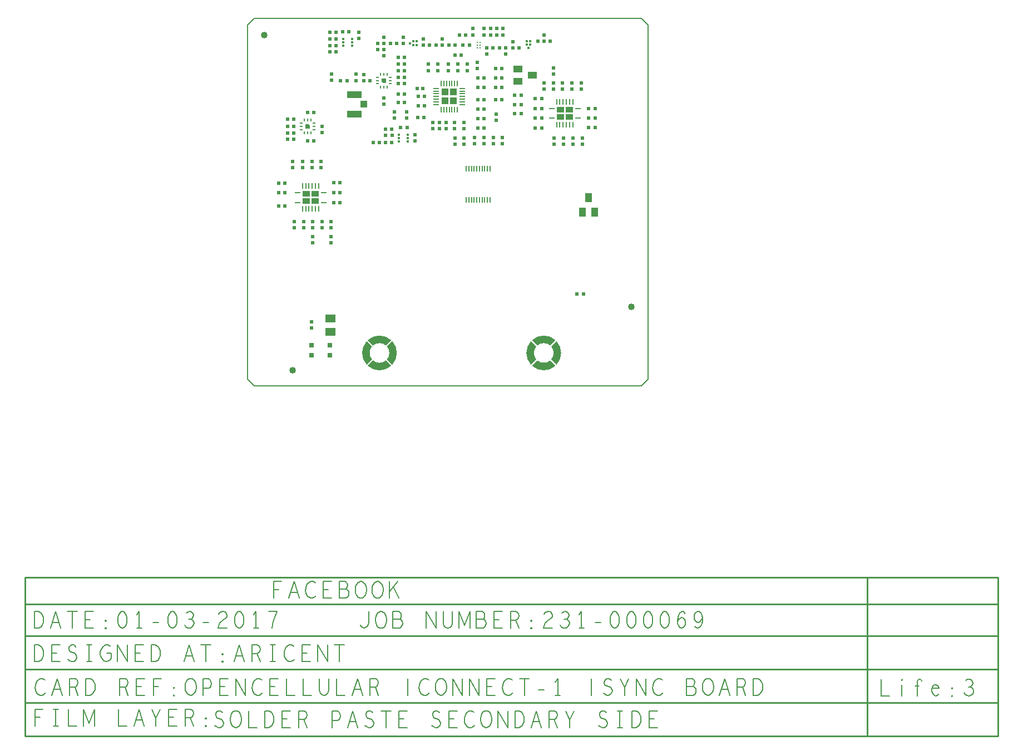
<source format=gbr>
G04 ================== begin FILE IDENTIFICATION RECORD ==================*
G04 Layout Name:  Fb_Connect1_SYNC_Life-3.brd*
G04 Film Name:    PASTEBOT.gbr*
G04 File Format:  Gerber RS274X*
G04 File Origin:  Cadence Allegro 16.6-2015-S065*
G04 Origin Date:  Tue Jan 03 17:02:02 2017*
G04 *
G04 Layer:  PACKAGE GEOMETRY/PASTEMASK_BOTTOM*
G04 Layer:  PIN/PASTEMASK_BOTTOM*
G04 Layer:  DRAWING FORMAT/SPSE*
G04 Layer:  DRAWING FORMAT/FILM_LABEL_OUTLINE*
G04 Layer:  BOARD GEOMETRY/OUTLINE*
G04 *
G04 Offset:    (0.000 0.000)*
G04 Mirror:    No*
G04 Mode:      Positive*
G04 Rotation:  0*
G04 FullContactRelief:  No*
G04 UndefLineWidth:     6.000*
G04 ================== end FILE IDENTIFICATION RECORD ====================*
%FSLAX25Y25*MOIN*%
%IR0*IPPOS*OFA0.00000B0.00000*MIA0B0*SFA1.00000B1.00000*%
%AMMACRO15*
4,1,22,-.004528,.015748,
.004528,.015748,
.004528,-.01122,
.004459,-.012006,
.004255,-.012769,
.003922,-.013484,
.003469,-.014131,
.002911,-.014689,
.002264,-.015142,
.001549,-.015475,
.000787,-.01568,
0.0,-.015748,
-.000786,-.01568,
-.001548,-.015476,
-.002264,-.015142,
-.00291,-.014689,
-.003468,-.014131,
-.003921,-.013485,
-.004255,-.01277,
-.004459,-.012007,
-.004528,-.011221,
-.004528,-.01122,
-.004528,.015748,
0.0*
%
%ADD15MACRO15*%
%AMMACRO14*
4,1,22,-.015748,-.004528,
-.015748,.004528,
.01122,.004528,
.012006,.004459,
.012769,.004255,
.013484,.003922,
.014131,.003469,
.014689,.002911,
.015142,.002264,
.015475,.001549,
.01568,.000787,
.015748,0.0,
.01568,-.000786,
.015476,-.001548,
.015142,-.002264,
.014689,-.00291,
.014131,-.003468,
.013485,-.003921,
.01277,-.004255,
.012007,-.004459,
.011221,-.004528,
.01122,-.004528,
-.015748,-.004528,
0.0*
%
%ADD14MACRO14*%
%ADD30R,.033X.008*%
%ADD29R,.008X.033*%
%AMMACRO27*
4,1,44,-.014961,-.007087,
-.014961,.012992,
-.014931,.013334,
-.014842,.013665,
-.014697,.013976,
-.0145,.014258,
-.014258,.0145,
-.013977,.014697,
-.013666,.014842,
-.013334,.014931,
-.012992,.014961,
-.012992,.014961,
.012992,.014961,
.013334,.014931,
.013665,.014842,
.013976,.014697,
.014258,.0145,
.0145,.014258,
.014697,.013977,
.014842,.013666,
.014931,.013334,
.014961,.012992,
.014961,.012992,
.014961,-.012992,
.014931,-.013334,
.014842,-.013665,
.014697,-.013976,
.0145,-.014258,
.014258,-.0145,
.013977,-.014697,
.013666,-.014842,
.013334,-.014931,
.012992,-.014961,
.012992,-.014961,
-.007087,-.014961,
-.007207,-.013594,
-.007562,-.012268,
-.008142,-.011024,
-.008929,-.0099,
-.009899,-.008929,
-.011023,-.008142,
-.012267,-.007562,
-.013593,-.007207,
-.01496,-.007087,
-.014961,-.007087,
0.0*
%
%ADD27MACRO27*%
%ADD32C,.008143*%
%AMMACRO16*
4,1,21,0.0,-.008661,
-.000684,-.008601,
-.001347,-.008424,
-.001968,-.008134,
-.002531,-.00774,
-.003016,-.007255,
-.00341,-.006693,
-.0037,-.006071,
-.003877,-.005408,
-.003937,-.004724,
-.003937,.008662,
.003937,.008662,
.003937,-.004724,
.003877,-.005408,
.0037,-.006071,
.00341,-.006692,
.003016,-.007255,
.002531,-.00774,
.001969,-.008134,
.001347,-.008424,
.000684,-.008601,
0.0,-.008661,
0.0*
%
%ADD16MACRO16*%
%AMMACRO17*
4,1,21,-.008661,0.0,
-.008601,.000684,
-.008424,.001347,
-.008134,.001968,
-.00774,.002531,
-.007255,.003016,
-.006693,.00341,
-.006071,.0037,
-.005408,.003877,
-.004724,.003937,
.008662,.003937,
.008662,-.003937,
-.004724,-.003937,
-.005408,-.003877,
-.006071,-.0037,
-.006692,-.00341,
-.007255,-.003016,
-.00774,-.002531,
-.008134,-.001969,
-.008424,-.001347,
-.008601,-.000684,
-.008661,0.0,
0.0*
%
%ADD17MACRO17*%
%ADD31R,.007874X.035039*%
%AMMACRO22*
4,1,22,.015748,.004528,
.015748,-.004528,
-.01122,-.004528,
-.012006,-.004459,
-.012769,-.004255,
-.013484,-.003922,
-.014131,-.003469,
-.014689,-.002911,
-.015142,-.002264,
-.015475,-.001549,
-.01568,-.000787,
-.015748,0.0,
-.01568,.000786,
-.015476,.001548,
-.015142,.002264,
-.014689,.00291,
-.014131,.003468,
-.013485,.003921,
-.01277,.004255,
-.012007,.004459,
-.011221,.004528,
-.01122,.004528,
.015748,.004528,
0.0*
%
%ADD22MACRO22*%
%AMMACRO13*
4,1,22,.004528,-.015748,
-.004528,-.015748,
-.004528,.01122,
-.004459,.012006,
-.004255,.012769,
-.003922,.013484,
-.003469,.014131,
-.002911,.014689,
-.002264,.015142,
-.001549,.015475,
-.000787,.01568,
0.0,.015748,
.000786,.01568,
.001548,.015476,
.002264,.015142,
.00291,.014689,
.003468,.014131,
.003921,.013485,
.004255,.01277,
.004459,.012007,
.004528,.011221,
.004528,.01122,
.004528,-.015748,
0.0*
%
%ADD13MACRO13*%
%ADD10C,.04*%
%ADD21R,.059X.051*%
%ADD33R,.055X.039*%
%ADD35R,.039X.055*%
%ADD26R,.02X.02*%
%ADD23R,.01811X.011811*%
%ADD11R,.021X.021*%
%ADD12R,.031X.031*%
%AMMACRO20*
4,1,44,.014961,.007087,
.014961,-.012992,
.014931,-.013334,
.014842,-.013665,
.014697,-.013976,
.0145,-.014258,
.014258,-.0145,
.013977,-.014697,
.013666,-.014842,
.013334,-.014931,
.012992,-.014961,
.012992,-.014961,
-.012992,-.014961,
-.013334,-.014931,
-.013665,-.014842,
-.013976,-.014697,
-.014258,-.0145,
-.0145,-.014258,
-.014697,-.013977,
-.014842,-.013666,
-.014931,-.013334,
-.014961,-.012992,
-.014961,-.012992,
-.014961,.012992,
-.014931,.013334,
-.014842,.013665,
-.014697,.013976,
-.0145,.014258,
-.014258,.0145,
-.013977,.014697,
-.013666,.014842,
-.013334,.014931,
-.012992,.014961,
-.012992,.014961,
.007087,.014961,
.007207,.013594,
.007562,.012268,
.008142,.011024,
.008929,.0099,
.009899,.008929,
.011023,.008142,
.012267,.007562,
.013593,.007207,
.01496,.007087,
.014961,.007087,
0.0*
%
%ADD20MACRO20*%
%ADD34R,.014732X.01178*%
%ADD28R,.01178X.014732*%
%AMMACRO19*
4,1,21,.008661,0.0,
.008601,-.000684,
.008424,-.001347,
.008134,-.001968,
.00774,-.002531,
.007255,-.003016,
.006693,-.00341,
.006071,-.0037,
.005408,-.003877,
.004724,-.003937,
-.008662,-.003937,
-.008662,.003937,
.004724,.003937,
.005408,.003877,
.006071,.0037,
.006693,.00341,
.007255,.003016,
.00774,.002531,
.008134,.001968,
.008424,.001347,
.008601,.000684,
.008661,0.0,
0.0*
%
%ADD19MACRO19*%
%AMMACRO18*
4,1,21,0.0,.008661,
.000684,.008601,
.001347,.008424,
.001969,.008134,
.002531,.00774,
.003016,.007255,
.00341,.006692,
.0037,.006071,
.003877,.005408,
.003937,.004724,
.003937,-.008662,
-.003937,-.008662,
-.003937,.004724,
-.003877,.005408,
-.0037,.006071,
-.00341,.006692,
-.003016,.007255,
-.002531,.00774,
-.001969,.008134,
-.001347,.008424,
-.000684,.008601,
0.0,.008661,
0.0*
%
%ADD18MACRO18*%
%ADD25R,.03937X.03937*%
%ADD24R,.086614X.041339*%
%ADD36C,.01*%
%ADD37C,.006*%
G75*
%LPD*%
G75*
G36*
G01X38559Y113391D02*
Y116619D01*
X42772D01*
Y113391D01*
X38559D01*
G37*
G36*
G01Y108981D02*
Y112209D01*
X42772D01*
Y108981D01*
X38559D01*
G37*
G36*
G01X33165D02*
Y112209D01*
X37378D01*
Y108981D01*
X33165D01*
G37*
G36*
G01Y113391D02*
Y116619D01*
X37378D01*
Y113391D01*
X33165D01*
G37*
G36*
G01X74773Y15840D02*
G02Y23616I4445J3888D01*
G01X71568Y26822D01*
G03Y12635I7650J-7094D01*
G01X74773Y15840D01*
G37*
G36*
G01X83106Y15283D02*
G02X75330I-3888J4445D01*
G01X72124Y12078D01*
G03X86312I7094J7650D01*
G01X83106Y15283D01*
G37*
G36*
G01X75330Y24173D02*
G02X83106I3888J-4445D01*
G01X86312Y27379D01*
G03X72124I-7094J-7650D01*
G01X75330Y24173D01*
G37*
G36*
G01X83663Y23616D02*
G02Y15840I-4445J-3888D01*
G01X86868Y12635D01*
G03Y26822I-7650J7094D01*
G01X83663Y23616D01*
G37*
G36*
G01X121600Y177900D02*
X125600D01*
Y173900D01*
X121600D01*
Y177900D01*
G37*
G36*
G01Y172700D02*
X125600D01*
Y168700D01*
X121600D01*
Y172700D01*
G37*
G36*
G01X116400Y177900D02*
X120400D01*
Y173900D01*
X116400D01*
Y177900D01*
G37*
G36*
G01Y172700D02*
X120400D01*
Y168700D01*
X116400D01*
Y172700D01*
G37*
G36*
G01X173198Y15840D02*
G02Y23616I4445J3888D01*
G01X169993Y26822D01*
G03Y12635I7650J-7094D01*
G01X173198Y15840D01*
G37*
G36*
G01X181532Y15283D02*
G02X173755I-3888J4445D01*
G01X170550Y12078D01*
G03X184737I7094J7650D01*
G01X181532Y15283D01*
G37*
G36*
G01X173755Y24173D02*
G02X181532I3888J-4445D01*
G01X184737Y27379D01*
G03X170550I-7094J-7650D01*
G01X173755Y24173D01*
G37*
G36*
G01X182088Y23616D02*
G02Y15840I-4445J-3888D01*
G01X185294Y12635D01*
G03Y26822I-7650J7094D01*
G01X182088Y23616D01*
G37*
G36*
G01X189678Y162609D02*
Y159381D01*
X185465D01*
Y162609D01*
X189678D01*
G37*
G36*
G01Y167019D02*
Y163791D01*
X185465D01*
Y167019D01*
X189678D01*
G37*
G36*
G01X195072D02*
Y163791D01*
X190859D01*
Y167019D01*
X195072D01*
G37*
G36*
G01Y162609D02*
Y159381D01*
X190859D01*
Y162609D01*
X195072D01*
G37*
G54D10*
X10000Y210000D03*
X27300Y9300D03*
X230000Y47400D03*
G54D20*
X36217Y155402D03*
G54D11*
X18898Y107847D03*
X22639D03*
Y115753D03*
X18898D03*
Y121300D03*
X22639D03*
X24054Y147552D03*
Y159622D03*
Y155402D03*
Y151402D03*
X38527Y34542D03*
Y38282D03*
X28047Y94630D03*
Y98370D03*
X39268Y89370D03*
Y85630D03*
X33768Y94630D03*
Y98370D03*
X39268Y94630D03*
Y98370D03*
X27268Y130630D03*
X33047D03*
X38768D03*
X27794Y147552D03*
X36147Y146717D03*
X39887D03*
X27268Y134370D03*
X33047D03*
X38768D03*
X27794Y159622D03*
Y155402D03*
Y151402D03*
X39887Y163783D03*
X36147D03*
X50269Y89370D03*
Y85630D03*
X44768Y94630D03*
Y98370D03*
X50269Y94630D03*
Y98370D03*
X51898Y109847D03*
X55639D03*
X51898Y115753D03*
X55639D03*
X44268Y130630D03*
X55639Y121753D03*
X51898D03*
X44268Y134370D03*
X44902Y155472D03*
Y151732D03*
X55926Y182858D03*
X50501Y182956D03*
X53094Y200150D03*
X49354D03*
X50501Y186696D03*
X57154Y212150D03*
X49354Y207800D03*
X53094D03*
X49354Y203850D03*
X53094D03*
Y211650D03*
X49354D03*
X75398Y145850D03*
X69896Y182787D03*
X73566Y182858D03*
X69826D03*
X59666D03*
X65038D03*
X69896Y186528D03*
X65038Y186598D03*
X60894Y212150D03*
X66850Y211794D03*
Y208054D03*
X82930Y150100D03*
X86670D03*
X79139Y145850D03*
X82898D03*
X86639D03*
X91938Y154850D03*
X86639Y153850D03*
X82898D03*
X88050Y164115D03*
Y160374D03*
X90434Y180889D03*
X81739Y168598D03*
Y172339D03*
X90337Y169550D03*
X90434Y192718D03*
Y184718D03*
Y188718D03*
Y196782D03*
X81739Y197598D03*
Y205098D03*
Y208839D03*
X81809Y201268D03*
X78069D03*
X89566Y205168D03*
X85826D03*
X81739Y201339D03*
X78069Y205009D03*
Y201268D03*
X100518Y146792D03*
X95678Y154850D03*
X100518Y150532D03*
X95450Y160374D03*
Y164115D03*
X102230Y160700D03*
X105970D03*
X94174Y180889D03*
X102341Y173350D03*
X106082D03*
X94078Y169550D03*
X106082Y167700D03*
X102341D03*
X94174Y192718D03*
Y184718D03*
Y188718D03*
Y196782D03*
X108550Y192560D03*
Y188819D03*
X93446Y205098D03*
Y208839D03*
X105446Y203933D03*
Y207673D03*
X109326Y204003D03*
X124431Y148470D03*
Y144730D03*
X124050Y153993D03*
Y157734D03*
X111250Y153993D03*
Y157734D03*
X115250Y153993D03*
Y157734D03*
X119250Y153993D03*
Y157734D03*
X114150Y192560D03*
Y188819D03*
X120550Y192560D03*
Y188819D03*
X126050Y192560D03*
Y188819D03*
X124363Y198050D03*
X124566Y204003D03*
X120826D03*
X116946D03*
Y207744D03*
X113066Y204003D03*
X129931Y148470D03*
Y144730D03*
X141831Y148670D03*
Y144930D03*
X136031D03*
Y148670D03*
X129950Y153993D03*
Y157734D03*
X141839Y154450D03*
X138099D03*
X141839Y159950D03*
X138099D03*
Y165600D03*
X141839D03*
X138099Y171300D03*
X141839D03*
X138099Y178600D03*
X141839D03*
X131950Y188819D03*
Y192560D03*
X137750Y190099D03*
Y193839D03*
X128104Y198050D03*
X138099Y184400D03*
X141839D03*
X127195Y210200D03*
X130935D03*
X133025Y204003D03*
X129285D03*
X135165Y213870D03*
Y210130D03*
X141746Y213870D03*
Y210130D03*
X152931Y148670D03*
Y144930D03*
X147631Y148670D03*
Y144930D03*
X149150Y158961D03*
Y162702D03*
X148899Y178600D03*
X152639D03*
X148899Y171300D03*
X152639D03*
X143452Y198758D03*
X154946D03*
X152600Y190050D03*
X148859D03*
X152601Y184400D03*
X148861D03*
X153305Y213870D03*
Y210130D03*
X145720Y213870D03*
Y210130D03*
X149505Y213870D03*
Y210130D03*
X159076Y202429D03*
Y206169D03*
X143452Y202499D03*
X159076Y202429D03*
X154946Y202499D03*
X151066Y202429D03*
X147326D03*
X160317Y163000D03*
X164057D03*
X176339Y160247D03*
X172598D03*
Y154247D03*
X176339D03*
Y166153D03*
X172598D03*
X164057Y174000D03*
X160317D03*
X176339Y172000D03*
X172598D03*
X160317Y168500D03*
X164057D03*
X174161Y206366D03*
X162816Y202429D03*
X183968Y148370D03*
Y144630D03*
X189468D03*
Y148370D03*
X177968Y181370D03*
Y177630D03*
X183468Y181370D03*
Y177630D03*
X188968Y181370D03*
Y177630D03*
X183468Y186630D03*
Y190370D03*
X177831Y206295D03*
Y210036D03*
X177901Y206366D03*
X181571Y206295D03*
X177831D03*
X197630Y55200D03*
X201370D03*
X195190Y148370D03*
Y144630D03*
X200969D03*
Y148370D03*
X208339Y166153D03*
X204598D03*
Y160247D03*
X208339D03*
Y154700D03*
X204598D03*
X200190Y181370D03*
Y177630D03*
X194468Y181370D03*
Y177630D03*
G54D12*
X38527Y24410D03*
Y18504D03*
X49527Y24404D03*
Y18499D03*
G54D21*
X49790Y32501D03*
Y40375D03*
G54D30*
X113200Y178100D03*
Y176500D03*
Y174900D03*
Y173300D03*
Y171700D03*
Y170100D03*
Y168500D03*
X128800D03*
Y170100D03*
Y171700D03*
Y173300D03*
Y174900D03*
Y176500D03*
Y178100D03*
G54D13*
X33047Y106009D03*
X35016D03*
X36984D03*
X38953D03*
X40921D03*
X42890D03*
X191253Y156409D03*
X189284D03*
X187316D03*
X185347D03*
X195190D03*
X193221D03*
G54D22*
X45744Y109847D03*
Y115753D03*
X198044Y166153D03*
Y160247D03*
G54D31*
X142250Y111520D03*
X140675D03*
X139100D03*
X137525D03*
X135950D03*
X134376D03*
X132801D03*
X131226D03*
X142250Y130063D03*
X140675D03*
X139100D03*
X137525D03*
X135950D03*
X134376D03*
X132801D03*
X131226D03*
X145399Y111520D03*
X143824D03*
X145399Y130063D03*
X143824D03*
G54D23*
X57512Y207794D03*
Y205826D03*
Y203857D03*
X62867D03*
Y205826D03*
Y207794D03*
X90881Y148494D03*
Y146525D03*
Y150462D03*
X96235Y146525D03*
Y148494D03*
Y150462D03*
G54D32*
X137865Y205578D03*
X139440D03*
X137865Y202429D03*
X139440D03*
Y204003D03*
X137865D03*
G54D14*
X30193Y109847D03*
Y115753D03*
X182493Y166153D03*
Y160247D03*
G54D24*
X64063Y162861D03*
Y174476D03*
G54D33*
X162114Y182250D03*
Y189750D03*
X170814Y186000D03*
G54D15*
X33047Y119591D03*
X35016D03*
X36984D03*
X38953D03*
X40921D03*
X42890D03*
X191253Y169991D03*
X189284D03*
X187316D03*
X185347D03*
X195190D03*
X193221D03*
G54D25*
X69968Y168668D03*
G54D34*
X169661Y204397D03*
Y206366D03*
X168529Y202429D03*
X167397Y206366D03*
Y204397D03*
G54D16*
X36217Y159063D03*
X38186D03*
X34249D03*
X79771Y186519D03*
X81739D03*
X83708D03*
G54D26*
X90500Y174600D03*
X101800Y178200D03*
X105300D03*
X94000Y174600D03*
G54D35*
X208200Y104100D03*
X200700D03*
X204450Y112800D03*
G54D17*
X39879Y157370D03*
Y155402D03*
Y153433D03*
X85401Y182858D03*
Y180889D03*
Y184826D03*
G54D36*
G01X-133069Y-114500D02*
X371600D01*
Y-209700D01*
X-133069D01*
G01Y-114500D02*
Y-209700D01*
G01Y-189700D02*
X449900D01*
G01X-133069Y-169700D02*
X449900D01*
G01X-133069Y-149700D02*
X449900D01*
G01X-133069Y-130500D02*
X449900D01*
G01X371600Y-114500D02*
X449900D01*
Y-209700D01*
X371600D01*
G54D18*
X38186Y151740D03*
X36217D03*
X34249D03*
X81739Y179196D03*
X79771D03*
X83708D03*
G54D27*
X81739Y182858D03*
G54D37*
G01X-127194Y-203500D02*
Y-193500D01*
X-122444D01*
G01X-124194Y-198333D02*
X-127194D01*
G01X-116319Y-193500D02*
X-113320D01*
G01X-114819D02*
Y-203500D01*
G01X-116319D02*
X-113320D01*
G01X-107319Y-193500D02*
Y-203500D01*
X-102319D01*
G01X-98069D02*
Y-193500D01*
X-94819Y-201833D01*
X-91569Y-193500D01*
Y-203500D01*
G01X-77319Y-193500D02*
Y-203500D01*
X-72319D01*
G01X-67944D02*
X-64819Y-193500D01*
X-61694Y-203500D01*
G01X-62819Y-200000D02*
X-66819D01*
G01X-54819Y-203500D02*
Y-199000D01*
X-57319Y-193500D01*
G01X-52319D02*
X-54819Y-199000D01*
G01X-42319Y-203500D02*
X-47319D01*
Y-193500D01*
X-42319D01*
G01X-44319Y-198333D02*
X-47319D01*
G01X-37319Y-203500D02*
Y-193500D01*
X-34194D01*
X-33194Y-194000D01*
X-32569Y-194667D01*
X-32319Y-196000D01*
X-32569Y-197333D01*
X-33319Y-198167D01*
X-34194Y-198667D01*
X-37319D01*
G01X-34194D02*
X-32319Y-203500D01*
G01X-24819Y-203833D02*
X-25069Y-203667D01*
Y-203333D01*
X-24819Y-203167D01*
X-24569Y-203333D01*
Y-203667D01*
X-24819Y-203833D01*
G01Y-199334D02*
X-25069Y-199167D01*
Y-198833D01*
X-24819Y-198667D01*
X-24569Y-198833D01*
Y-199167D01*
X-24819Y-199334D01*
G01X-127569Y-165000D02*
Y-155000D01*
X-125069D01*
X-124069Y-155500D01*
X-123319Y-156167D01*
X-122694Y-157166D01*
X-122194Y-158334D01*
X-122069Y-160000D01*
X-122194Y-161667D01*
X-122694Y-162834D01*
X-123319Y-163834D01*
X-124069Y-164500D01*
X-125069Y-165000D01*
X-127569D01*
G01X-112319D02*
X-117319D01*
Y-155000D01*
X-112319D01*
G01X-114319Y-159833D02*
X-117319D01*
G01X-107444Y-163667D02*
X-106444Y-164500D01*
X-105319Y-165000D01*
X-104319D01*
X-103319Y-164500D01*
X-102569Y-163667D01*
X-102194Y-162500D01*
X-102444Y-161334D01*
X-103069Y-160333D01*
X-104194Y-159667D01*
X-105694Y-159333D01*
X-106569Y-158667D01*
X-106944Y-157500D01*
X-106694Y-156333D01*
X-106069Y-155500D01*
X-105194Y-155000D01*
X-104319D01*
X-103444Y-155333D01*
X-102694Y-156167D01*
G01X-96319Y-155000D02*
X-93320D01*
G01X-94819D02*
Y-165000D01*
G01X-96319D02*
X-93320D01*
G01X-84069Y-160000D02*
X-81569D01*
Y-163000D01*
X-82319Y-164000D01*
X-83194Y-164667D01*
X-84444Y-165000D01*
X-85694Y-164667D01*
X-86569Y-164000D01*
X-87319Y-163000D01*
X-87820Y-161833D01*
X-88069Y-160500D01*
Y-159333D01*
X-87820Y-158334D01*
X-87319Y-157166D01*
X-86569Y-156167D01*
X-85819Y-155500D01*
X-84819Y-155000D01*
X-83944D01*
X-82944Y-155333D01*
X-82194Y-156000D01*
G01X-77694Y-165000D02*
Y-155000D01*
X-71944Y-165000D01*
Y-155000D01*
G01X-62319Y-165000D02*
X-67319D01*
Y-155000D01*
X-62319D01*
G01X-64319Y-159833D02*
X-67319D01*
G01X-57569Y-165000D02*
Y-155000D01*
X-55069D01*
X-54069Y-155500D01*
X-53319Y-156167D01*
X-52694Y-157166D01*
X-52194Y-158334D01*
X-52069Y-160000D01*
X-52194Y-161667D01*
X-52694Y-162834D01*
X-53319Y-163834D01*
X-54069Y-164500D01*
X-55069Y-165000D01*
X-57569D01*
G01X-37944D02*
X-34819Y-155000D01*
X-31694Y-165000D01*
G01X-32819Y-161500D02*
X-36819D01*
G01X-24819Y-155000D02*
Y-165000D01*
G01X-27694Y-155000D02*
X-21944D01*
G01X-14819Y-165333D02*
X-15069Y-165167D01*
Y-164833D01*
X-14819Y-164667D01*
X-14569Y-164833D01*
Y-165167D01*
X-14819Y-165333D01*
G01Y-160834D02*
X-15069Y-160667D01*
Y-160333D01*
X-14819Y-160167D01*
X-14569Y-160333D01*
Y-160667D01*
X-14819Y-160834D01*
G01X-7944Y-165000D02*
X-4819Y-155000D01*
X-1694Y-165000D01*
G01X-2819Y-161500D02*
X-6819D01*
G01X2681Y-165000D02*
Y-155000D01*
X5806D01*
X6806Y-155500D01*
X7431Y-156167D01*
X7681Y-157500D01*
X7431Y-158833D01*
X6681Y-159667D01*
X5806Y-160167D01*
X2681D01*
G01X5806D02*
X7681Y-165000D01*
G01X13681Y-155000D02*
X16680D01*
G01X15181D02*
Y-165000D01*
G01X13681D02*
X16680D01*
G01X27931Y-155834D02*
X27181Y-155333D01*
X26306Y-155000D01*
X25306D01*
X24181Y-155500D01*
X23306Y-156333D01*
X22681Y-157333D01*
X22180Y-159000D01*
X22056Y-160500D01*
X22306Y-162000D01*
X22681Y-163000D01*
X23431Y-164000D01*
X24306Y-164667D01*
X25181Y-165000D01*
X26056D01*
X26931Y-164667D01*
X27681Y-164167D01*
X28306Y-163500D01*
G01X37681Y-165000D02*
X32681D01*
Y-155000D01*
X37681D01*
G01X35681Y-159833D02*
X32681D01*
G01X42306Y-165000D02*
Y-155000D01*
X48056Y-165000D01*
Y-155000D01*
G01X55181D02*
Y-165000D01*
G01X52306Y-155000D02*
X58056D01*
G01X-127569Y-145000D02*
Y-135000D01*
X-125069D01*
X-124069Y-135500D01*
X-123319Y-136167D01*
X-122694Y-137166D01*
X-122194Y-138334D01*
X-122069Y-140000D01*
X-122194Y-141667D01*
X-122694Y-142834D01*
X-123319Y-143834D01*
X-124069Y-144500D01*
X-125069Y-145000D01*
X-127569D01*
G01X-117944D02*
X-114819Y-135000D01*
X-111694Y-145000D01*
G01X-112819Y-141500D02*
X-116819D01*
G01X-104819Y-135000D02*
Y-145000D01*
G01X-107694Y-135000D02*
X-101944D01*
G01X-92319Y-145000D02*
X-97319D01*
Y-135000D01*
X-92319D01*
G01X-94319Y-139833D02*
X-97319D01*
G01X-84819Y-145333D02*
X-85069Y-145167D01*
Y-144833D01*
X-84819Y-144667D01*
X-84569Y-144833D01*
Y-145167D01*
X-84819Y-145333D01*
G01Y-140834D02*
X-85069Y-140667D01*
Y-140333D01*
X-84819Y-140167D01*
X-84569Y-140333D01*
Y-140667D01*
X-84819Y-140834D01*
G01X-74819Y-135000D02*
X-75819Y-135333D01*
X-76569Y-136167D01*
X-77069Y-137166D01*
X-77444Y-138500D01*
X-77569Y-140000D01*
X-77444Y-141500D01*
X-77069Y-142834D01*
X-76569Y-143834D01*
X-75819Y-144667D01*
X-74819Y-145000D01*
X-73819Y-144667D01*
X-73069Y-143834D01*
X-72569Y-142834D01*
X-72194Y-141500D01*
X-72069Y-140000D01*
X-72194Y-138500D01*
X-72569Y-137166D01*
X-73069Y-136167D01*
X-73819Y-135333D01*
X-74819Y-135000D01*
G01X-64819Y-145000D02*
Y-135000D01*
X-66319Y-137000D01*
G01Y-145000D02*
X-63320D01*
G01X-56444Y-141667D02*
X-53194D01*
G01X-44819Y-135000D02*
X-45819Y-135333D01*
X-46569Y-136167D01*
X-47069Y-137166D01*
X-47444Y-138500D01*
X-47569Y-140000D01*
X-47444Y-141500D01*
X-47069Y-142834D01*
X-46569Y-143834D01*
X-45819Y-144667D01*
X-44819Y-145000D01*
X-43819Y-144667D01*
X-43069Y-143834D01*
X-42569Y-142834D01*
X-42194Y-141500D01*
X-42069Y-140000D01*
X-42194Y-138500D01*
X-42569Y-137166D01*
X-43069Y-136167D01*
X-43819Y-135333D01*
X-44819Y-135000D01*
G01X-37569Y-143000D02*
X-36819Y-144167D01*
X-35819Y-144833D01*
X-34694Y-145000D01*
X-33694Y-144833D01*
X-32694Y-144000D01*
X-32069Y-143000D01*
X-31944Y-142000D01*
X-32194Y-140834D01*
X-33069Y-140000D01*
X-33944Y-139667D01*
X-35069D01*
G01X-33944D02*
X-33194Y-139167D01*
X-32569Y-138334D01*
X-32319Y-137333D01*
X-32569Y-136333D01*
X-33194Y-135500D01*
X-34319Y-135000D01*
X-35444Y-135167D01*
X-36569Y-135834D01*
G01X-26444Y-141667D02*
X-23194D01*
G01X-17194Y-136667D02*
X-16444Y-135667D01*
X-15569Y-135167D01*
X-14569Y-135000D01*
X-13319Y-135333D01*
X-12444Y-136167D01*
X-12194Y-137166D01*
X-12319Y-138167D01*
X-12819Y-139000D01*
X-15319Y-140667D01*
X-16444Y-141833D01*
X-17194Y-143500D01*
X-17444Y-145000D01*
X-12194D01*
G01X-4819Y-135000D02*
X-5819Y-135333D01*
X-6569Y-136167D01*
X-7069Y-137166D01*
X-7444Y-138500D01*
X-7569Y-140000D01*
X-7444Y-141500D01*
X-7069Y-142834D01*
X-6569Y-143834D01*
X-5819Y-144667D01*
X-4819Y-145000D01*
X-3819Y-144667D01*
X-3069Y-143834D01*
X-2569Y-142834D01*
X-2194Y-141500D01*
X-2069Y-140000D01*
X-2194Y-138500D01*
X-2569Y-137166D01*
X-3069Y-136167D01*
X-3819Y-135333D01*
X-4819Y-135000D01*
G01X5181Y-145000D02*
Y-135000D01*
X3681Y-137000D01*
G01Y-145000D02*
X6680D01*
G01X14931D02*
X15181Y-142834D01*
X15556Y-141000D01*
X16056Y-139333D01*
X16681Y-137500D01*
X17681Y-135000D01*
X12681D01*
G01X-121200Y-176034D02*
X-121950Y-175533D01*
X-122825Y-175200D01*
X-123825D01*
X-124950Y-175700D01*
X-125825Y-176533D01*
X-126450Y-177533D01*
X-126950Y-179200D01*
X-127075Y-180700D01*
X-126825Y-182200D01*
X-126450Y-183200D01*
X-125700Y-184200D01*
X-124825Y-184867D01*
X-123950Y-185200D01*
X-123075D01*
X-122200Y-184867D01*
X-121450Y-184367D01*
X-120825Y-183700D01*
G01X-117075Y-185200D02*
X-113950Y-175200D01*
X-110825Y-185200D01*
G01X-111950Y-181700D02*
X-115950D01*
G01X-106450Y-185200D02*
Y-175200D01*
X-103325D01*
X-102325Y-175700D01*
X-101700Y-176367D01*
X-101450Y-177700D01*
X-101700Y-179033D01*
X-102450Y-179867D01*
X-103325Y-180367D01*
X-106450D01*
G01X-103325D02*
X-101450Y-185200D01*
G01X-96700D02*
Y-175200D01*
X-94200D01*
X-93200Y-175700D01*
X-92450Y-176367D01*
X-91825Y-177366D01*
X-91325Y-178534D01*
X-91200Y-180200D01*
X-91325Y-181867D01*
X-91825Y-183034D01*
X-92450Y-184034D01*
X-93200Y-184700D01*
X-94200Y-185200D01*
X-96700D01*
G01X-76450D02*
Y-175200D01*
X-73325D01*
X-72325Y-175700D01*
X-71700Y-176367D01*
X-71450Y-177700D01*
X-71700Y-179033D01*
X-72450Y-179867D01*
X-73325Y-180367D01*
X-76450D01*
G01X-73325D02*
X-71450Y-185200D01*
G01X-61450D02*
X-66450D01*
Y-175200D01*
X-61450D01*
G01X-63450Y-180033D02*
X-66450D01*
G01X-56325Y-185200D02*
Y-175200D01*
X-51575D01*
G01X-53325Y-180033D02*
X-56325D01*
G01X-43950Y-185533D02*
X-44200Y-185367D01*
Y-185033D01*
X-43950Y-184867D01*
X-43700Y-185033D01*
Y-185367D01*
X-43950Y-185533D01*
G01Y-181034D02*
X-44200Y-180867D01*
Y-180533D01*
X-43950Y-180367D01*
X-43700Y-180533D01*
Y-180867D01*
X-43950Y-181034D01*
G01X-33950Y-185200D02*
X-34950Y-185033D01*
X-35825Y-184367D01*
X-36575Y-183367D01*
X-37075Y-182200D01*
X-37325Y-180867D01*
Y-179533D01*
X-37075Y-178200D01*
X-36575Y-177033D01*
X-35825Y-176034D01*
X-34950Y-175367D01*
X-33950Y-175200D01*
X-32950Y-175367D01*
X-32075Y-176034D01*
X-31325Y-177033D01*
X-30825Y-178200D01*
X-30575Y-179533D01*
Y-180867D01*
X-30825Y-182200D01*
X-31325Y-183367D01*
X-32075Y-184367D01*
X-32950Y-185033D01*
X-33950Y-185200D01*
G01X-26450D02*
Y-175200D01*
X-23450D01*
X-22450Y-175700D01*
X-21700Y-176867D01*
X-21450Y-178200D01*
X-21700Y-179533D01*
X-22325Y-180533D01*
X-23450Y-181034D01*
X-26450D01*
G01X-11450Y-185200D02*
X-16450D01*
Y-175200D01*
X-11450D01*
G01X-13450Y-180033D02*
X-16450D01*
G01X-6825Y-185200D02*
Y-175200D01*
X-1075Y-185200D01*
Y-175200D01*
G01X8800Y-176034D02*
X8050Y-175533D01*
X7175Y-175200D01*
X6175D01*
X5050Y-175700D01*
X4175Y-176533D01*
X3550Y-177533D01*
X3050Y-179200D01*
X2925Y-180700D01*
X3175Y-182200D01*
X3550Y-183200D01*
X4300Y-184200D01*
X5175Y-184867D01*
X6050Y-185200D01*
X6925D01*
X7800Y-184867D01*
X8550Y-184367D01*
X9175Y-183700D01*
G01X18550Y-185200D02*
X13550D01*
Y-175200D01*
X18550D01*
G01X16550Y-180033D02*
X13550D01*
G01X23550Y-175200D02*
Y-185200D01*
X28550D01*
G01X33550Y-175200D02*
Y-185200D01*
X38550D01*
G01X43300Y-175200D02*
Y-182367D01*
X43800Y-183867D01*
X44800Y-184867D01*
X46050Y-185200D01*
X47300Y-184867D01*
X48300Y-183867D01*
X48800Y-182367D01*
Y-175200D01*
G01X53550D02*
Y-185200D01*
X58550D01*
G01X62925D02*
X66050Y-175200D01*
X69175Y-185200D01*
G01X68050Y-181700D02*
X64050D01*
G01X73550Y-185200D02*
Y-175200D01*
X76675D01*
X77675Y-175700D01*
X78300Y-176367D01*
X78550Y-177700D01*
X78300Y-179033D01*
X77550Y-179867D01*
X76675Y-180367D01*
X73550D01*
G01X76675D02*
X78550Y-185200D01*
G01X96050D02*
Y-175200D01*
G01X108800Y-176034D02*
X108050Y-175533D01*
X107175Y-175200D01*
X106175D01*
X105050Y-175700D01*
X104175Y-176533D01*
X103550Y-177533D01*
X103050Y-179200D01*
X102925Y-180700D01*
X103175Y-182200D01*
X103550Y-183200D01*
X104300Y-184200D01*
X105175Y-184867D01*
X106050Y-185200D01*
X106925D01*
X107800Y-184867D01*
X108550Y-184367D01*
X109175Y-183700D01*
G01X116050Y-185200D02*
X115050Y-185033D01*
X114175Y-184367D01*
X113425Y-183367D01*
X112925Y-182200D01*
X112675Y-180867D01*
Y-179533D01*
X112925Y-178200D01*
X113425Y-177033D01*
X114175Y-176034D01*
X115050Y-175367D01*
X116050Y-175200D01*
X117050Y-175367D01*
X117925Y-176034D01*
X118675Y-177033D01*
X119175Y-178200D01*
X119425Y-179533D01*
Y-180867D01*
X119175Y-182200D01*
X118675Y-183367D01*
X117925Y-184367D01*
X117050Y-185033D01*
X116050Y-185200D01*
G01X123175D02*
Y-175200D01*
X128925Y-185200D01*
Y-175200D01*
G01X133175Y-185200D02*
Y-175200D01*
X138925Y-185200D01*
Y-175200D01*
G01X148550Y-185200D02*
X143550D01*
Y-175200D01*
X148550D01*
G01X146550Y-180033D02*
X143550D01*
G01X158800Y-176034D02*
X158050Y-175533D01*
X157175Y-175200D01*
X156175D01*
X155050Y-175700D01*
X154175Y-176533D01*
X153550Y-177533D01*
X153050Y-179200D01*
X152925Y-180700D01*
X153175Y-182200D01*
X153550Y-183200D01*
X154300Y-184200D01*
X155175Y-184867D01*
X156050Y-185200D01*
X156925D01*
X157800Y-184867D01*
X158550Y-184367D01*
X159175Y-183700D01*
G01X166050Y-175200D02*
Y-185200D01*
G01X163175Y-175200D02*
X168925D01*
G01X174425Y-181867D02*
X177675D01*
G01X186050Y-185200D02*
Y-175200D01*
X184550Y-177200D01*
G01Y-185200D02*
X187550D01*
G01X206050D02*
Y-175200D01*
G01X213425Y-183867D02*
X214425Y-184700D01*
X215550Y-185200D01*
X216550D01*
X217550Y-184700D01*
X218300Y-183867D01*
X218675Y-182700D01*
X218425Y-181534D01*
X217800Y-180533D01*
X216675Y-179867D01*
X215175Y-179533D01*
X214300Y-178867D01*
X213925Y-177700D01*
X214175Y-176533D01*
X214800Y-175700D01*
X215675Y-175200D01*
X216550D01*
X217425Y-175533D01*
X218175Y-176367D01*
G01X226050Y-185200D02*
Y-180700D01*
X223550Y-175200D01*
G01X228550D02*
X226050Y-180700D01*
G01X233175Y-185200D02*
Y-175200D01*
X238925Y-185200D01*
Y-175200D01*
G01X248800Y-176034D02*
X248050Y-175533D01*
X247175Y-175200D01*
X246175D01*
X245050Y-175700D01*
X244175Y-176533D01*
X243550Y-177533D01*
X243050Y-179200D01*
X242925Y-180700D01*
X243175Y-182200D01*
X243550Y-183200D01*
X244300Y-184200D01*
X245175Y-184867D01*
X246050Y-185200D01*
X246925D01*
X247800Y-184867D01*
X248550Y-184367D01*
X249175Y-183700D01*
G01X267050Y-179867D02*
X267550Y-179367D01*
X267925Y-178534D01*
X268175Y-177366D01*
X267925Y-176367D01*
X267425Y-175700D01*
X266550Y-175200D01*
X263175D01*
Y-185200D01*
X267300D01*
X268175Y-184534D01*
X268675Y-183533D01*
X268925Y-182367D01*
X268675Y-181200D01*
X267925Y-180200D01*
X267050Y-179867D01*
X263175D01*
G01X276050Y-185200D02*
X275050Y-185033D01*
X274175Y-184367D01*
X273425Y-183367D01*
X272925Y-182200D01*
X272675Y-180867D01*
Y-179533D01*
X272925Y-178200D01*
X273425Y-177033D01*
X274175Y-176034D01*
X275050Y-175367D01*
X276050Y-175200D01*
X277050Y-175367D01*
X277925Y-176034D01*
X278675Y-177033D01*
X279175Y-178200D01*
X279425Y-179533D01*
Y-180867D01*
X279175Y-182200D01*
X278675Y-183367D01*
X277925Y-184367D01*
X277050Y-185033D01*
X276050Y-185200D01*
G01X282925D02*
X286050Y-175200D01*
X289175Y-185200D01*
G01X288050Y-181700D02*
X284050D01*
G01X293550Y-185200D02*
Y-175200D01*
X296675D01*
X297675Y-175700D01*
X298300Y-176367D01*
X298550Y-177700D01*
X298300Y-179033D01*
X297550Y-179867D01*
X296675Y-180367D01*
X293550D01*
G01X296675D02*
X298550Y-185200D01*
G01X303300D02*
Y-175200D01*
X305800D01*
X306800Y-175700D01*
X307550Y-176367D01*
X308175Y-177366D01*
X308675Y-178534D01*
X308800Y-180200D01*
X308675Y-181867D01*
X308175Y-183034D01*
X307550Y-184034D01*
X306800Y-184700D01*
X305800Y-185200D01*
X303300D01*
G01X-19444Y-203167D02*
X-18444Y-204000D01*
X-17319Y-204500D01*
X-16319D01*
X-15319Y-204000D01*
X-14569Y-203167D01*
X-14194Y-202000D01*
X-14444Y-200834D01*
X-15069Y-199833D01*
X-16194Y-199167D01*
X-17694Y-198833D01*
X-18569Y-198167D01*
X-18944Y-197000D01*
X-18694Y-195833D01*
X-18069Y-195000D01*
X-17194Y-194500D01*
X-16319D01*
X-15444Y-194833D01*
X-14694Y-195667D01*
G01X-6819Y-204500D02*
X-7819Y-204333D01*
X-8694Y-203667D01*
X-9444Y-202667D01*
X-9944Y-201500D01*
X-10194Y-200167D01*
Y-198833D01*
X-9944Y-197500D01*
X-9444Y-196333D01*
X-8694Y-195334D01*
X-7819Y-194667D01*
X-6819Y-194500D01*
X-5819Y-194667D01*
X-4944Y-195334D01*
X-4194Y-196333D01*
X-3694Y-197500D01*
X-3444Y-198833D01*
Y-200167D01*
X-3694Y-201500D01*
X-4194Y-202667D01*
X-4944Y-203667D01*
X-5819Y-204333D01*
X-6819Y-204500D01*
G01X681Y-194500D02*
Y-204500D01*
X5681D01*
G01X10431D02*
Y-194500D01*
X12931D01*
X13931Y-195000D01*
X14681Y-195667D01*
X15306Y-196666D01*
X15806Y-197834D01*
X15931Y-199500D01*
X15806Y-201167D01*
X15306Y-202334D01*
X14681Y-203334D01*
X13931Y-204000D01*
X12931Y-204500D01*
X10431D01*
G01X25681D02*
X20681D01*
Y-194500D01*
X25681D01*
G01X23681Y-199333D02*
X20681D01*
G01X30681Y-204500D02*
Y-194500D01*
X33806D01*
X34806Y-195000D01*
X35431Y-195667D01*
X35681Y-197000D01*
X35431Y-198333D01*
X34681Y-199167D01*
X33806Y-199667D01*
X30681D01*
G01X33806D02*
X35681Y-204500D01*
G01X50681D02*
Y-194500D01*
X53681D01*
X54681Y-195000D01*
X55431Y-196167D01*
X55681Y-197500D01*
X55431Y-198833D01*
X54806Y-199833D01*
X53681Y-200334D01*
X50681D01*
G01X60056Y-204500D02*
X63181Y-194500D01*
X66306Y-204500D01*
G01X65181Y-201000D02*
X61181D01*
G01X70556Y-203167D02*
X71556Y-204000D01*
X72681Y-204500D01*
X73681D01*
X74681Y-204000D01*
X75431Y-203167D01*
X75806Y-202000D01*
X75556Y-200834D01*
X74931Y-199833D01*
X73806Y-199167D01*
X72306Y-198833D01*
X71431Y-198167D01*
X71056Y-197000D01*
X71306Y-195833D01*
X71931Y-195000D01*
X72806Y-194500D01*
X73681D01*
X74556Y-194833D01*
X75306Y-195667D01*
G01X83181Y-194500D02*
Y-204500D01*
G01X80306Y-194500D02*
X86056D01*
G01X95681Y-204500D02*
X90681D01*
Y-194500D01*
X95681D01*
G01X93681Y-199333D02*
X90681D01*
G01X110556Y-203167D02*
X111556Y-204000D01*
X112681Y-204500D01*
X113681D01*
X114681Y-204000D01*
X115431Y-203167D01*
X115806Y-202000D01*
X115556Y-200834D01*
X114931Y-199833D01*
X113806Y-199167D01*
X112306Y-198833D01*
X111431Y-198167D01*
X111056Y-197000D01*
X111306Y-195833D01*
X111931Y-195000D01*
X112806Y-194500D01*
X113681D01*
X114556Y-194833D01*
X115306Y-195667D01*
G01X125681Y-204500D02*
X120681D01*
Y-194500D01*
X125681D01*
G01X123681Y-199333D02*
X120681D01*
G01X135931Y-195334D02*
X135181Y-194833D01*
X134306Y-194500D01*
X133306D01*
X132181Y-195000D01*
X131306Y-195833D01*
X130681Y-196833D01*
X130181Y-198500D01*
X130056Y-200000D01*
X130306Y-201500D01*
X130681Y-202500D01*
X131431Y-203500D01*
X132306Y-204167D01*
X133181Y-204500D01*
X134056D01*
X134931Y-204167D01*
X135681Y-203667D01*
X136306Y-203000D01*
G01X143181Y-204500D02*
X142181Y-204333D01*
X141306Y-203667D01*
X140556Y-202667D01*
X140056Y-201500D01*
X139806Y-200167D01*
Y-198833D01*
X140056Y-197500D01*
X140556Y-196333D01*
X141306Y-195334D01*
X142181Y-194667D01*
X143181Y-194500D01*
X144181Y-194667D01*
X145056Y-195334D01*
X145806Y-196333D01*
X146306Y-197500D01*
X146556Y-198833D01*
Y-200167D01*
X146306Y-201500D01*
X145806Y-202667D01*
X145056Y-203667D01*
X144181Y-204333D01*
X143181Y-204500D01*
G01X150306D02*
Y-194500D01*
X156056Y-204500D01*
Y-194500D01*
G01X160431Y-204500D02*
Y-194500D01*
X162931D01*
X163931Y-195000D01*
X164681Y-195667D01*
X165306Y-196666D01*
X165806Y-197834D01*
X165931Y-199500D01*
X165806Y-201167D01*
X165306Y-202334D01*
X164681Y-203334D01*
X163931Y-204000D01*
X162931Y-204500D01*
X160431D01*
G01X170056D02*
X173181Y-194500D01*
X176306Y-204500D01*
G01X175181Y-201000D02*
X171181D01*
G01X180681Y-204500D02*
Y-194500D01*
X183806D01*
X184806Y-195000D01*
X185431Y-195667D01*
X185681Y-197000D01*
X185431Y-198333D01*
X184681Y-199167D01*
X183806Y-199667D01*
X180681D01*
G01X183806D02*
X185681Y-204500D01*
G01X193181D02*
Y-200000D01*
X190681Y-194500D01*
G01X195681D02*
X193181Y-200000D01*
G01X210556Y-203167D02*
X211556Y-204000D01*
X212681Y-204500D01*
X213681D01*
X214681Y-204000D01*
X215431Y-203167D01*
X215806Y-202000D01*
X215556Y-200834D01*
X214931Y-199833D01*
X213806Y-199167D01*
X212306Y-198833D01*
X211431Y-198167D01*
X211056Y-197000D01*
X211306Y-195833D01*
X211931Y-195000D01*
X212806Y-194500D01*
X213681D01*
X214556Y-194833D01*
X215306Y-195667D01*
G01X221681Y-194500D02*
X224680D01*
G01X223181D02*
Y-204500D01*
G01X221681D02*
X224680D01*
G01X230431D02*
Y-194500D01*
X232931D01*
X233931Y-195000D01*
X234681Y-195667D01*
X235306Y-196666D01*
X235806Y-197834D01*
X235931Y-199500D01*
X235806Y-201167D01*
X235306Y-202334D01*
X234681Y-203334D01*
X233931Y-204000D01*
X232931Y-204500D01*
X230431D01*
G01X245681D02*
X240681D01*
Y-194500D01*
X245681D01*
G01X243681Y-199333D02*
X240681D01*
G01X4000Y220000D02*
X0Y216000D01*
Y4000D01*
X4000Y0D01*
X236000D01*
X240000Y4000D01*
Y216000D01*
X236000Y220000D01*
X4000D01*
G01X15693Y-127100D02*
Y-117100D01*
X20444D01*
G01X18694Y-121933D02*
X15693D01*
G01X24943Y-127100D02*
X28068Y-117100D01*
X31194Y-127100D01*
G01X30068Y-123600D02*
X26068D01*
G01X40818Y-117934D02*
X40068Y-117433D01*
X39194Y-117100D01*
X38194D01*
X37068Y-117600D01*
X36194Y-118433D01*
X35568Y-119433D01*
X35068Y-121100D01*
X34943Y-122600D01*
X35194Y-124100D01*
X35568Y-125100D01*
X36318Y-126100D01*
X37194Y-126767D01*
X38068Y-127100D01*
X38943D01*
X39818Y-126767D01*
X40568Y-126267D01*
X41194Y-125600D01*
G01X50569Y-127100D02*
X45568D01*
Y-117100D01*
X50569D01*
G01X48568Y-121933D02*
X45568D01*
G01X59068Y-121767D02*
X59568Y-121267D01*
X59943Y-120434D01*
X60194Y-119267D01*
X59943Y-118267D01*
X59443Y-117600D01*
X58568Y-117100D01*
X55193D01*
Y-127100D01*
X59319D01*
X60194Y-126434D01*
X60694Y-125433D01*
X60943Y-124267D01*
X60694Y-123100D01*
X59943Y-122100D01*
X59068Y-121767D01*
X55193D01*
G01X68068Y-127100D02*
X67068Y-126933D01*
X66194Y-126267D01*
X65444Y-125267D01*
X64943Y-124100D01*
X64693Y-122767D01*
Y-121433D01*
X64943Y-120100D01*
X65444Y-118933D01*
X66194Y-117934D01*
X67068Y-117267D01*
X68068Y-117100D01*
X69068Y-117267D01*
X69943Y-117934D01*
X70694Y-118933D01*
X71194Y-120100D01*
X71444Y-121433D01*
Y-122767D01*
X71194Y-124100D01*
X70694Y-125267D01*
X69943Y-126267D01*
X69068Y-126933D01*
X68068Y-127100D01*
G01X78068D02*
X77068Y-126933D01*
X76194Y-126267D01*
X75444Y-125267D01*
X74943Y-124100D01*
X74693Y-122767D01*
Y-121433D01*
X74943Y-120100D01*
X75444Y-118933D01*
X76194Y-117934D01*
X77068Y-117267D01*
X78068Y-117100D01*
X79068Y-117267D01*
X79943Y-117934D01*
X80694Y-118933D01*
X81194Y-120100D01*
X81444Y-121433D01*
Y-122767D01*
X81194Y-124100D01*
X80694Y-125267D01*
X79943Y-126267D01*
X79068Y-126933D01*
X78068Y-127100D01*
G01X85318D02*
Y-117100D01*
G01X90068D02*
X85318Y-123267D01*
G01X90818Y-127100D02*
X87444Y-120434D01*
G01X67681Y-143000D02*
X68306Y-144000D01*
X69056Y-144667D01*
X69931Y-145000D01*
X70931Y-144667D01*
X71681Y-144000D01*
X72431Y-143000D01*
X72681Y-141667D01*
Y-135000D01*
G01X80181Y-145000D02*
X79181Y-144833D01*
X78306Y-144167D01*
X77556Y-143167D01*
X77056Y-142000D01*
X76806Y-140667D01*
Y-139333D01*
X77056Y-138000D01*
X77556Y-136833D01*
X78306Y-135834D01*
X79181Y-135167D01*
X80181Y-135000D01*
X81181Y-135167D01*
X82056Y-135834D01*
X82806Y-136833D01*
X83306Y-138000D01*
X83556Y-139333D01*
Y-140667D01*
X83306Y-142000D01*
X82806Y-143167D01*
X82056Y-144167D01*
X81181Y-144833D01*
X80181Y-145000D01*
G01X91181Y-139667D02*
X91681Y-139167D01*
X92056Y-138334D01*
X92306Y-137166D01*
X92056Y-136167D01*
X91556Y-135500D01*
X90681Y-135000D01*
X87306D01*
Y-145000D01*
X91431D01*
X92306Y-144334D01*
X92806Y-143333D01*
X93056Y-142167D01*
X92806Y-141000D01*
X92056Y-140000D01*
X91181Y-139667D01*
X87306D01*
G01X107306Y-145000D02*
Y-135000D01*
X113056Y-145000D01*
Y-135000D01*
G01X117431D02*
Y-142167D01*
X117931Y-143667D01*
X118931Y-144667D01*
X120181Y-145000D01*
X121431Y-144667D01*
X122431Y-143667D01*
X122931Y-142167D01*
Y-135000D01*
G01X126931Y-145000D02*
Y-135000D01*
X130181Y-143333D01*
X133431Y-135000D01*
Y-145000D01*
G01X141181Y-139667D02*
X141681Y-139167D01*
X142056Y-138334D01*
X142306Y-137166D01*
X142056Y-136167D01*
X141556Y-135500D01*
X140681Y-135000D01*
X137306D01*
Y-145000D01*
X141431D01*
X142306Y-144334D01*
X142806Y-143333D01*
X143056Y-142167D01*
X142806Y-141000D01*
X142056Y-140000D01*
X141181Y-139667D01*
X137306D01*
G01X152681Y-145000D02*
X147681D01*
Y-135000D01*
X152681D01*
G01X150681Y-139833D02*
X147681D01*
G01X157681Y-145000D02*
Y-135000D01*
X160806D01*
X161806Y-135500D01*
X162431Y-136167D01*
X162681Y-137500D01*
X162431Y-138833D01*
X161681Y-139667D01*
X160806Y-140167D01*
X157681D01*
G01X160806D02*
X162681Y-145000D01*
G01X170181Y-145333D02*
X169931Y-145167D01*
Y-144833D01*
X170181Y-144667D01*
X170431Y-144833D01*
Y-145167D01*
X170181Y-145333D01*
G01Y-140834D02*
X169931Y-140667D01*
Y-140333D01*
X170181Y-140167D01*
X170431Y-140333D01*
Y-140667D01*
X170181Y-140834D01*
G01X177806Y-136667D02*
X178556Y-135667D01*
X179431Y-135167D01*
X180431Y-135000D01*
X181681Y-135333D01*
X182556Y-136167D01*
X182806Y-137166D01*
X182681Y-138167D01*
X182181Y-139000D01*
X179681Y-140667D01*
X178556Y-141833D01*
X177806Y-143500D01*
X177556Y-145000D01*
X182806D01*
G01X187431Y-143000D02*
X188181Y-144167D01*
X189181Y-144833D01*
X190306Y-145000D01*
X191306Y-144833D01*
X192306Y-144000D01*
X192931Y-143000D01*
X193056Y-142000D01*
X192806Y-140834D01*
X191931Y-140000D01*
X191056Y-139667D01*
X189931D01*
G01X191056D02*
X191806Y-139167D01*
X192431Y-138334D01*
X192681Y-137333D01*
X192431Y-136333D01*
X191806Y-135500D01*
X190681Y-135000D01*
X189556Y-135167D01*
X188431Y-135834D01*
G01X200181Y-145000D02*
Y-135000D01*
X198681Y-137000D01*
G01Y-145000D02*
X201681D01*
G01X208556Y-141667D02*
X211806D01*
G01X220181Y-135000D02*
X219181Y-135333D01*
X218431Y-136167D01*
X217931Y-137166D01*
X217556Y-138500D01*
X217431Y-140000D01*
X217556Y-141500D01*
X217931Y-142834D01*
X218431Y-143834D01*
X219181Y-144667D01*
X220181Y-145000D01*
X221181Y-144667D01*
X221931Y-143834D01*
X222431Y-142834D01*
X222806Y-141500D01*
X222931Y-140000D01*
X222806Y-138500D01*
X222431Y-137166D01*
X221931Y-136167D01*
X221181Y-135333D01*
X220181Y-135000D01*
G01X230181D02*
X229181Y-135333D01*
X228431Y-136167D01*
X227931Y-137166D01*
X227556Y-138500D01*
X227431Y-140000D01*
X227556Y-141500D01*
X227931Y-142834D01*
X228431Y-143834D01*
X229181Y-144667D01*
X230181Y-145000D01*
X231181Y-144667D01*
X231931Y-143834D01*
X232431Y-142834D01*
X232806Y-141500D01*
X232931Y-140000D01*
X232806Y-138500D01*
X232431Y-137166D01*
X231931Y-136167D01*
X231181Y-135333D01*
X230181Y-135000D01*
G01X240181D02*
X239181Y-135333D01*
X238431Y-136167D01*
X237931Y-137166D01*
X237556Y-138500D01*
X237431Y-140000D01*
X237556Y-141500D01*
X237931Y-142834D01*
X238431Y-143834D01*
X239181Y-144667D01*
X240181Y-145000D01*
X241181Y-144667D01*
X241931Y-143834D01*
X242431Y-142834D01*
X242806Y-141500D01*
X242931Y-140000D01*
X242806Y-138500D01*
X242431Y-137166D01*
X241931Y-136167D01*
X241181Y-135333D01*
X240181Y-135000D01*
G01X250181D02*
X249181Y-135333D01*
X248431Y-136167D01*
X247931Y-137166D01*
X247556Y-138500D01*
X247431Y-140000D01*
X247556Y-141500D01*
X247931Y-142834D01*
X248431Y-143834D01*
X249181Y-144667D01*
X250181Y-145000D01*
X251181Y-144667D01*
X251931Y-143834D01*
X252431Y-142834D01*
X252806Y-141500D01*
X252931Y-140000D01*
X252806Y-138500D01*
X252431Y-137166D01*
X251931Y-136167D01*
X251181Y-135333D01*
X250181Y-135000D01*
G01X257806Y-140834D02*
X258681Y-139667D01*
X259431Y-139000D01*
X260431Y-138667D01*
X261306Y-139000D01*
X261931Y-139667D01*
X262431Y-140667D01*
X262556Y-141833D01*
X262431Y-142834D01*
X261931Y-143834D01*
X261181Y-144667D01*
X260306Y-145000D01*
X259306Y-144667D01*
X258431Y-143667D01*
X257931Y-142167D01*
X257806Y-140500D01*
X258056Y-138334D01*
X258431Y-137166D01*
X259056Y-136000D01*
X259931Y-135167D01*
X260806Y-135000D01*
X261681Y-135333D01*
X262306Y-136167D01*
G01X268056Y-143834D02*
X268931Y-144667D01*
X269931Y-145000D01*
X270931Y-144667D01*
X271806Y-143667D01*
X272431Y-142167D01*
X272681Y-140667D01*
Y-138833D01*
X272431Y-137333D01*
X271806Y-136000D01*
X271056Y-135333D01*
X270181Y-135000D01*
X269181Y-135333D01*
X268431Y-136000D01*
X267931Y-137000D01*
X267681Y-138334D01*
X267931Y-139500D01*
X268556Y-140667D01*
X269306Y-141334D01*
X270181Y-141500D01*
X271181Y-141167D01*
X271931Y-140333D01*
X272681Y-138833D01*
G01X379781Y-175500D02*
Y-185500D01*
X384781D01*
G01X392281Y-178834D02*
Y-185500D01*
G01Y-176167D02*
X392031Y-176000D01*
Y-175667D01*
X392281Y-175500D01*
X392531Y-175667D01*
Y-176000D01*
X392281Y-176167D01*
G01X401531Y-185500D02*
Y-177000D01*
X401781Y-176167D01*
X402281Y-175667D01*
X403031Y-175500D01*
X403781Y-175833D01*
X404156Y-176667D01*
G01X402656Y-179500D02*
X400156D01*
G01X410406Y-181000D02*
X414406D01*
X414031Y-179833D01*
X413406Y-179167D01*
X412531Y-178834D01*
X411656Y-179000D01*
X410906Y-179500D01*
X410406Y-180667D01*
X410156Y-181667D01*
Y-182667D01*
X410406Y-183667D01*
X411031Y-184667D01*
X411781Y-185333D01*
X412656Y-185500D01*
X413531Y-185167D01*
X414406Y-184167D01*
G01X422281Y-185833D02*
X422031Y-185667D01*
Y-185333D01*
X422281Y-185167D01*
X422531Y-185333D01*
Y-185667D01*
X422281Y-185833D01*
G01Y-181334D02*
X422031Y-181167D01*
Y-180833D01*
X422281Y-180667D01*
X422531Y-180833D01*
Y-181167D01*
X422281Y-181334D01*
G01X429531Y-183500D02*
X430281Y-184667D01*
X431281Y-185333D01*
X432406Y-185500D01*
X433406Y-185333D01*
X434406Y-184500D01*
X435031Y-183500D01*
X435156Y-182500D01*
X434906Y-181334D01*
X434031Y-180500D01*
X433156Y-180167D01*
X432031D01*
G01X433156D02*
X433906Y-179667D01*
X434531Y-178834D01*
X434781Y-177833D01*
X434531Y-176833D01*
X433906Y-176000D01*
X432781Y-175500D01*
X431656Y-175667D01*
X430531Y-176334D01*
G54D19*
X32556Y153433D03*
Y155402D03*
Y157370D03*
X78078Y180889D03*
Y182858D03*
Y184826D03*
G54D28*
X99487Y204003D03*
X101456D03*
X97519Y205135D03*
X101456Y206267D03*
X99487D03*
G54D29*
X116200Y165500D03*
X117800D03*
X119400D03*
X121000D03*
X122600D03*
X124200D03*
X125800D03*
Y181100D03*
X124200D03*
X122600D03*
X121000D03*
X119400D03*
X117800D03*
X116200D03*
M02*

</source>
